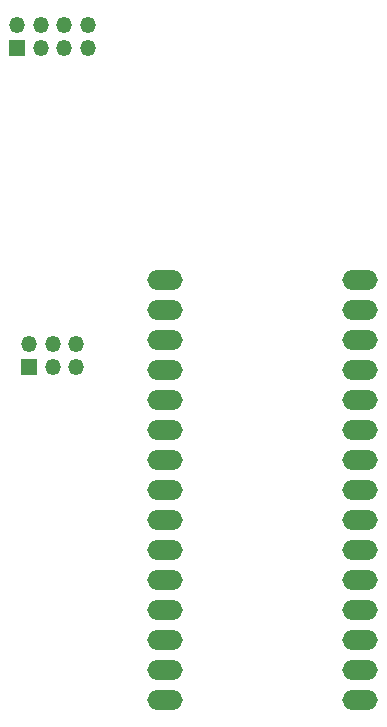
<source format=gbr>
%TF.GenerationSoftware,KiCad,Pcbnew,7.0.5-0*%
%TF.CreationDate,2023-07-22T21:58:15-05:00*%
%TF.ProjectId,biometrics,62696f6d-6574-4726-9963-732e6b696361,rev?*%
%TF.SameCoordinates,Original*%
%TF.FileFunction,Soldermask,Top*%
%TF.FilePolarity,Negative*%
%FSLAX46Y46*%
G04 Gerber Fmt 4.6, Leading zero omitted, Abs format (unit mm)*
G04 Created by KiCad (PCBNEW 7.0.5-0) date 2023-07-22 21:58:15*
%MOMM*%
%LPD*%
G01*
G04 APERTURE LIST*
%ADD10O,3.000000X1.700000*%
%ADD11R,1.350000X1.350000*%
%ADD12O,1.350000X1.350000*%
G04 APERTURE END LIST*
D10*
%TO.C,J3*%
X151505000Y-115535000D03*
X151505000Y-112995000D03*
X151505000Y-110455000D03*
X151505000Y-107915000D03*
X151505000Y-105375000D03*
X151505000Y-102835000D03*
X151505000Y-100295000D03*
X151505000Y-97755000D03*
X151505000Y-95215000D03*
X151505000Y-92675000D03*
X151505000Y-90135000D03*
X151505000Y-87595000D03*
X151505000Y-85055000D03*
X151505000Y-82515000D03*
X151505000Y-79975000D03*
X134995000Y-79975000D03*
X134995000Y-82515000D03*
X134995000Y-85055000D03*
X134995000Y-87595000D03*
X134995000Y-90135000D03*
X134995000Y-92675000D03*
X134995000Y-95215000D03*
X134995000Y-97755000D03*
X134995000Y-100295000D03*
X134995000Y-102835000D03*
X134995000Y-105375000D03*
X134995000Y-107915000D03*
X134995000Y-110455000D03*
X134995000Y-112995000D03*
X134995000Y-115535000D03*
%TD*%
D11*
%TO.C,J1*%
X123490000Y-87396000D03*
D12*
X123490000Y-85396000D03*
X125490000Y-87396000D03*
X125490000Y-85396000D03*
X127490000Y-87396000D03*
X127490000Y-85396000D03*
%TD*%
D11*
%TO.C,J2*%
X122490000Y-60396000D03*
D12*
X122490000Y-58396000D03*
X124490000Y-60396000D03*
X124490000Y-58396000D03*
X126490000Y-60396000D03*
X126490000Y-58396000D03*
X128490000Y-60396000D03*
X128490000Y-58396000D03*
%TD*%
M02*

</source>
